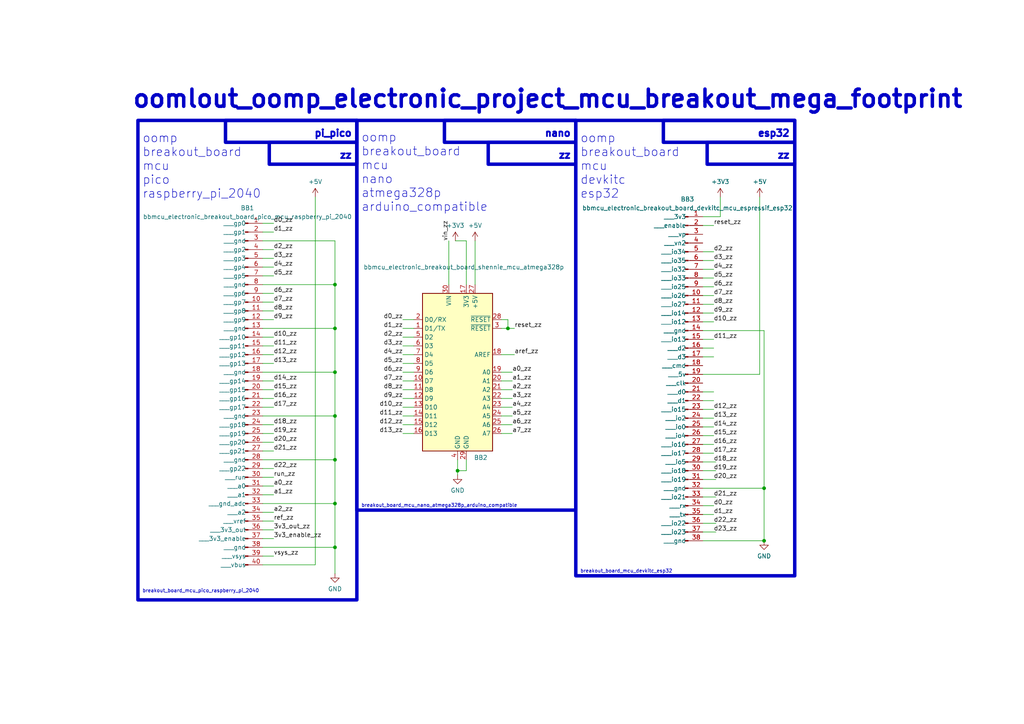
<source format=kicad_sch>
(kicad_sch (version 20230121) (generator eeschema)
  (paper "A4")
  (lib_symbols
    (symbol "oomlout_oomp_part_symbols:bbmcu_electronic_breakout_board_devkitc_mcu_espressif_esp32" (pin_names (offset 1.016))
      (property "Reference" "BB" (at 0 48.26 0))
      (property "Value" "bbmcu_electronic_breakout_board_devkitc_mcu_espressif_esp32" (at 0 -50.8 0))
      (symbol "bbmcu_electronic_breakout_board_devkitc_mcu_espressif_esp32_1_1"
        (polyline (pts (xy 1.27 -48.26) (xy 0.8636 -48.26)) (stroke (width 0.1524)))
        (polyline (pts (xy 1.27 -45.72) (xy 0.8636 -45.72)) (stroke (width 0.1524)))
        (polyline (pts (xy 1.27 -43.18) (xy 0.8636 -43.18)) (stroke (width 0.1524)))
        (polyline (pts (xy 1.27 -40.64) (xy 0.8636 -40.64)) (stroke (width 0.1524)))
        (polyline (pts (xy 1.27 -38.1) (xy 0.8636 -38.1)) (stroke (width 0.1524)))
        (polyline (pts (xy 1.27 -35.56) (xy 0.8636 -35.56)) (stroke (width 0.1524)))
        (polyline (pts (xy 1.27 -33.02) (xy 0.8636 -33.02)) (stroke (width 0.1524)))
        (polyline (pts (xy 1.27 -30.48) (xy 0.8636 -30.48)) (stroke (width 0.1524)))
        (polyline (pts (xy 1.27 -27.94) (xy 0.8636 -27.94)) (stroke (width 0.1524)))
        (polyline (pts (xy 1.27 -25.4) (xy 0.8636 -25.4)) (stroke (width 0.1524)))
        (polyline (pts (xy 1.27 -22.86) (xy 0.8636 -22.86)) (stroke (width 0.1524)))
        (polyline (pts (xy 1.27 -20.32) (xy 0.8636 -20.32)) (stroke (width 0.1524)))
        (polyline (pts (xy 1.27 -17.78) (xy 0.8636 -17.78)) (stroke (width 0.1524)))
        (polyline (pts (xy 1.27 -15.24) (xy 0.8636 -15.24)) (stroke (width 0.1524)))
        (polyline (pts (xy 1.27 -12.7) (xy 0.8636 -12.7)) (stroke (width 0.1524)))
        (polyline (pts (xy 1.27 -10.16) (xy 0.8636 -10.16)) (stroke (width 0.1524)))
        (polyline (pts (xy 1.27 -7.62) (xy 0.8636 -7.62)) (stroke (width 0.1524)))
        (polyline (pts (xy 1.27 -5.08) (xy 0.8636 -5.08)) (stroke (width 0.1524)))
        (polyline (pts (xy 1.27 -2.54) (xy 0.8636 -2.54)) (stroke (width 0.1524)))
        (polyline (pts (xy 1.27 0) (xy 0.8636 0)) (stroke (width 0.1524)))
        (polyline (pts (xy 1.27 2.54) (xy 0.8636 2.54)) (stroke (width 0.1524)))
        (polyline (pts (xy 1.27 5.08) (xy 0.8636 5.08)) (stroke (width 0.1524)))
        (polyline (pts (xy 1.27 7.62) (xy 0.8636 7.62)) (stroke (width 0.1524)))
        (polyline (pts (xy 1.27 10.16) (xy 0.8636 10.16)) (stroke (width 0.1524)))
        (polyline (pts (xy 1.27 12.7) (xy 0.8636 12.7)) (stroke (width 0.1524)))
        (polyline (pts (xy 1.27 15.24) (xy 0.8636 15.24)) (stroke (width 0.1524)))
        (polyline (pts (xy 1.27 17.78) (xy 0.8636 17.78)) (stroke (width 0.1524)))
        (polyline (pts (xy 1.27 20.32) (xy 0.8636 20.32)) (stroke (width 0.1524)))
        (polyline (pts (xy 1.27 22.86) (xy 0.8636 22.86)) (stroke (width 0.1524)))
        (polyline (pts (xy 1.27 25.4) (xy 0.8636 25.4)) (stroke (width 0.1524)))
        (polyline (pts (xy 1.27 27.94) (xy 0.8636 27.94)) (stroke (width 0.1524)))
        (polyline (pts (xy 1.27 30.48) (xy 0.8636 30.48)) (stroke (width 0.1524)))
        (polyline (pts (xy 1.27 33.02) (xy 0.8636 33.02)) (stroke (width 0.1524)))
        (polyline (pts (xy 1.27 35.56) (xy 0.8636 35.56)) (stroke (width 0.1524)))
        (polyline (pts (xy 1.27 38.1) (xy 0.8636 38.1)) (stroke (width 0.1524)))
        (polyline (pts (xy 1.27 40.64) (xy 0.8636 40.64)) (stroke (width 0.1524)))
        (polyline (pts (xy 1.27 43.18) (xy 0.8636 43.18)) (stroke (width 0.1524)))
        (polyline (pts (xy 1.27 45.72) (xy 0.8636 45.72)) (stroke (width 0.1524)))
        (rectangle (start 0.8636 -48.133) (end 0 -48.387) (stroke (width 0.1524)) (fill (type outline)))
        (rectangle (start 0.8636 -45.593) (end 0 -45.847) (stroke (width 0.1524)) (fill (type outline)))
        (rectangle (start 0.8636 -43.053) (end 0 -43.307) (stroke (width 0.1524)) (fill (type outline)))
        (rectangle (start 0.8636 -40.513) (end 0 -40.767) (stroke (width 0.1524)) (fill (type outline)))
        (rectangle (start 0.8636 -37.973) (end 0 -38.227) (stroke (width 0.1524)) (fill (type outline)))
        (rectangle (start 0.8636 -35.433) (end 0 -35.687) (stroke (width 0.1524)) (fill (type outline)))
        (rectangle (start 0.8636 -32.893) (end 0 -33.147) (stroke (width 0.1524)) (fill (type outline)))
        (rectangle (start 0.8636 -30.353) (end 0 -30.607) (stroke (width 0.1524)) (fill (type outline)))
        (rectangle (start 0.8636 -27.813) (end 0 -28.067) (stroke (width 0.1524)) (fill (type outline)))
        (rectangle (start 0.8636 -25.273) (end 0 -25.527) (stroke (width 0.1524)) (fill (type outline)))
        (rectangle (start 0.8636 -22.733) (end 0 -22.987) (stroke (width 0.1524)) (fill (type outline)))
        (rectangle (start 0.8636 -20.193) (end 0 -20.447) (stroke (width 0.1524)) (fill (type outline)))
        (rectangle (start 0.8636 -17.653) (end 0 -17.907) (stroke (width 0.1524)) (fill (type outline)))
        (rectangle (start 0.8636 -15.113) (end 0 -15.367) (stroke (width 0.1524)) (fill (type outline)))
        (rectangle (start 0.8636 -12.573) (end 0 -12.827) (stroke (width 0.1524)) (fill (type outline)))
        (rectangle (start 0.8636 -10.033) (end 0 -10.287) (stroke (width 0.1524)) (fill (type outline)))
        (rectangle (start 0.8636 -7.493) (end 0 -7.747) (stroke (width 0.1524)) (fill (type outline)))
        (rectangle (start 0.8636 -4.953) (end 0 -5.207) (stroke (width 0.1524)) (fill (type outline)))
        (rectangle (start 0.8636 -2.413) (end 0 -2.667) (stroke (width 0.1524)) (fill (type outline)))
        (rectangle (start 0.8636 0.127) (end 0 -0.127) (stroke (width 0.1524)) (fill (type outline)))
        (rectangle (start 0.8636 2.667) (end 0 2.413) (stroke (width 0.1524)) (fill (type outline)))
        (rectangle (start 0.8636 5.207) (end 0 4.953) (stroke (width 0.1524)) (fill (type outline)))
        (rectangle (start 0.8636 7.747) (end 0 7.493) (stroke (width 0.1524)) (fill (type outline)))
        (rectangle (start 0.8636 10.287) (end 0 10.033) (stroke (width 0.1524)) (fill (type outline)))
        (rectangle (start 0.8636 12.827) (end 0 12.573) (stroke (width 0.1524)) (fill (type outline)))
        (rectangle (start 0.8636 15.367) (end 0 15.113) (stroke (width 0.1524)) (fill (type outline)))
        (rectangle (start 0.8636 17.907) (end 0 17.653) (stroke (width 0.1524)) (fill (type outline)))
        (rectangle (start 0.8636 20.447) (end 0 20.193) (stroke (width 0.1524)) (fill (type outline)))
        (rectangle (start 0.8636 22.987) (end 0 22.733) (stroke (width 0.1524)) (fill (type outline)))
        (rectangle (start 0.8636 25.527) (end 0 25.273) (stroke (width 0.1524)) (fill (type outline)))
        (rectangle (start 0.8636 28.067) (end 0 27.813) (stroke (width 0.1524)) (fill (type outline)))
        (rectangle (start 0.8636 30.607) (end 0 30.353) (stroke (width 0.1524)) (fill (type outline)))
        (rectangle (start 0.8636 33.147) (end 0 32.893) (stroke (width 0.1524)) (fill (type outline)))
        (rectangle (start 0.8636 35.687) (end 0 35.433) (stroke (width 0.1524)) (fill (type outline)))
        (rectangle (start 0.8636 38.227) (end 0 37.973) (stroke (width 0.1524)) (fill (type outline)))
        (rectangle (start 0.8636 40.767) (end 0 40.513) (stroke (width 0.1524)) (fill (type outline)))
        (rectangle (start 0.8636 43.307) (end 0 43.053) (stroke (width 0.1524)) (fill (type outline)))
        (rectangle (start 0.8636 45.847) (end 0 45.593) (stroke (width 0.1524)) (fill (type outline)))
        (pin passive line (at 5.08 45.72 180) (length 3.81) (name "___3v3") (number "1"))
        (pin passive line (at 5.08 22.86 180) (length 3.81) (name "___io26") (number "10"))
        (pin passive line (at 5.08 20.32 180) (length 3.81) (name "___io27") (number "11"))
        (pin passive line (at 5.08 17.78 180) (length 3.81) (name "___io14") (number "12"))
        (pin passive line (at 5.08 15.24 180) (length 3.81) (name "___io12") (number "13"))
        (pin passive line (at 5.08 12.7 180) (length 3.81) (name "___gnd") (number "14"))
        (pin passive line (at 5.08 10.16 180) (length 3.81) (name "___io13") (number "15"))
        (pin passive line (at 5.08 7.62 180) (length 3.81) (name "___d2") (number "16"))
        (pin passive line (at 5.08 5.08 180) (length 3.81) (name "___d3") (number "17"))
        (pin passive line (at 5.08 2.54 180) (length 3.81) (name "___cmd") (number "18"))
        (pin passive line (at 5.08 0 180) (length 3.81) (name "___5v") (number "19"))
        (pin passive line (at 5.08 43.18 180) (length 3.81) (name "___enable") (number "2"))
        (pin passive line (at 5.08 -2.54 180) (length 3.81) (name "___clk") (number "20"))
        (pin passive line (at 5.08 -5.08 180) (length 3.81) (name "___d0") (number "21"))
        (pin passive line (at 5.08 -7.62 180) (length 3.81) (name "___d1") (number "22"))
        (pin passive line (at 5.08 -10.16 180) (length 3.81) (name "___io15") (number "23"))
        (pin passive line (at 5.08 -12.7 180) (length 3.81) (name "___io2") (number "24"))
        (pin passive line (at 5.08 -15.24 180) (length 3.81) (name "___io0") (number "25"))
        (pin passive line (at 5.08 -17.78 180) (length 3.81) (name "___io4") (number "26"))
        (pin passive line (at 5.08 -20.32 180) (length 3.81) (name "___io16") (number "27"))
        (pin passive line (at 5.08 -22.86 180) (length 3.81) (name "___io17") (number "28"))
        (pin passive line (at 5.08 -25.4 180) (length 3.81) (name "___io5") (number "29"))
        (pin passive line (at 5.08 40.64 180) (length 3.81) (name "___vp") (number "3"))
        (pin passive line (at 5.08 -27.94 180) (length 3.81) (name "___io18") (number "30"))
        (pin passive line (at 5.08 -30.48 180) (length 3.81) (name "___io19") (number "31"))
        (pin passive line (at 5.08 -33.02 180) (length 3.81) (name "___gnd") (number "32"))
        (pin passive line (at 5.08 -35.56 180) (length 3.81) (name "___io21") (number "33"))
        (pin passive line (at 5.08 -38.1 180) (length 3.81) (name "___rx") (number "34"))
        (pin passive line (at 5.08 -40.64 180) (length 3.81) (name "___tx") (number "35"))
        (pin passive line (at 5.08 -43.18 180) (length 3.81) (name "___io22") (number "36"))
        (pin passive line (at 5.08 -45.72 180) (length 3.81) (name "___io23") (number "37"))
        (pin passive line (at 5.08 -48.26 180) (length 3.81) (name "___gnd") (number "38"))
        (pin passive line (at 5.08 38.1 180) (length 3.81) (name "___vn2") (number "4"))
        (pin passive line (at 5.08 35.56 180) (length 3.81) (name "___io34") (number "5"))
        (pin passive line (at 5.08 33.02 180) (length 3.81) (name "___io35") (number "6"))
        (pin passive line (at 5.08 30.48 180) (length 3.81) (name "___io32") (number "7"))
        (pin passive line (at 5.08 27.94 180) (length 3.81) (name "___io33") (number "8"))
        (pin passive line (at 5.08 25.4 180) (length 3.81) (name "___io25") (number "9"))
      )
    )
    (symbol "oomlout_oomp_part_symbols:bbmcu_electronic_breakout_board_pico_mcu_raspberry_pi_2040" (pin_names (offset 1.016))
      (property "Reference" "BB" (at 0 50.8 0))
      (property "Value" "bbmcu_electronic_breakout_board_pico_mcu_raspberry_pi_2040" (at 0 -53.34 0))
      (symbol "bbmcu_electronic_breakout_board_pico_mcu_raspberry_pi_2040_1_1"
        (polyline (pts (xy 1.27 -50.8) (xy 0.8636 -50.8)) (stroke (width 0.1524)))
        (polyline (pts (xy 1.27 -48.26) (xy 0.8636 -48.26)) (stroke (width 0.1524)))
        (polyline (pts (xy 1.27 -45.72) (xy 0.8636 -45.72)) (stroke (width 0.1524)))
        (polyline (pts (xy 1.27 -43.18) (xy 0.8636 -43.18)) (stroke (width 0.1524)))
        (polyline (pts (xy 1.27 -40.64) (xy 0.8636 -40.64)) (stroke (width 0.1524)))
        (polyline (pts (xy 1.27 -38.1) (xy 0.8636 -38.1)) (stroke (width 0.1524)))
        (polyline (pts (xy 1.27 -35.56) (xy 0.8636 -35.56)) (stroke (width 0.1524)))
        (polyline (pts (xy 1.27 -33.02) (xy 0.8636 -33.02)) (stroke (width 0.1524)))
        (polyline (pts (xy 1.27 -30.48) (xy 0.8636 -30.48)) (stroke (width 0.1524)))
        (polyline (pts (xy 1.27 -27.94) (xy 0.8636 -27.94)) (stroke (width 0.1524)))
        (polyline (pts (xy 1.27 -25.4) (xy 0.8636 -25.4)) (stroke (width 0.1524)))
        (polyline (pts (xy 1.27 -22.86) (xy 0.8636 -22.86)) (stroke (width 0.1524)))
        (polyline (pts (xy 1.27 -20.32) (xy 0.8636 -20.32)) (stroke (width 0.1524)))
        (polyline (pts (xy 1.27 -17.78) (xy 0.8636 -17.78)) (stroke (width 0.1524)))
        (polyline (pts (xy 1.27 -15.24) (xy 0.8636 -15.24)) (stroke (width 0.1524)))
        (polyline (pts (xy 1.27 -12.7) (xy 0.8636 -12.7)) (stroke (width 0.1524)))
        (polyline (pts (xy 1.27 -10.16) (xy 0.8636 -10.16)) (stroke (width 0.1524)))
        (polyline (pts (xy 1.27 -7.62) (xy 0.8636 -7.62)) (stroke (width 0.1524)))
        (polyline (pts (xy 1.27 -5.08) (xy 0.8636 -5.08)) (stroke (width 0.1524)))
        (polyline (pts (xy 1.27 -2.54) (xy 0.8636 -2.54)) (stroke (width 0.1524)))
        (polyline (pts (xy 1.27 0) (xy 0.8636 0)) (stroke (width 0.1524)))
        (polyline (pts (xy 1.27 2.54) (xy 0.8636 2.54)) (stroke (width 0.1524)))
        (polyline (pts (xy 1.27 5.08) (xy 0.8636 5.08)) (stroke (width 0.1524)))
        (polyline (pts (xy 1.27 7.62) (xy 0.8636 7.62)) (stroke (width 0.1524)))
        (polyline (pts (xy 1.27 10.16) (xy 0.8636 10.16)) (stroke (width 0.1524)))
        (polyline (pts (xy 1.27 12.7) (xy 0.8636 12.7)) (stroke (width 0.1524)))
        (polyline (pts (xy 1.27 15.24) (xy 0.8636 15.24)) (stroke (width 0.1524)))
        (polyline (pts (xy 1.27 17.78) (xy 0.8636 17.78)) (stroke (width 0.1524)))
        (polyline (pts (xy 1.27 20.32) (xy 0.8636 20.32)) (stroke (width 0.1524)))
        (polyline (pts (xy 1.27 22.86) (xy 0.8636 22.86)) (stroke (width 0.1524)))
        (polyline (pts (xy 1.27 25.4) (xy 0.8636 25.4)) (stroke (width 0.1524)))
        (polyline (pts (xy 1.27 27.94) (xy 0.8636 27.94)) (stroke (width 0.1524)))
        (polyline (pts (xy 1.27 30.48) (xy 0.8636 30.48)) (stroke (width 0.1524)))
        (polyline (pts (xy 1.27 33.02) (xy 0.8636 33.02)) (stroke (width 0.1524)))
        (polyline (pts (xy 1.27 35.56) (xy 0.8636 35.56)) (stroke (width 0.1524)))
        (polyline (pts (xy 1.27 38.1) (xy 0.8636 38.1)) (stroke (width 0.1524)))
        (polyline (pts (xy 1.27 40.64) (xy 0.8636 40.64)) (stroke (width 0.1524)))
        (polyline (pts (xy 1.27 43.18) (xy 0.8636 43.18)) (stroke (width 0.1524)))
        (polyline (pts (xy 1.27 45.72) (xy 0.8636 45.72)) (stroke (width 0.1524)))
        (polyline (pts (xy 1.27 48.26) (xy 0.8636 48.26)) (stroke (width 0.1524)))
        (rectangle (start 0.8636 -50.673) (end 0 -50.927) (stroke (width 0.1524)) (fill (type outline)))
        (rectangle (start 0.8636 -48.133) (end 0 -48.387) (stroke (width 0.1524)) (fill (type outline)))
        (rectangle (start 0.8636 -45.593) (end 0 -45.847) (stroke (width 0.1524)) (fill (type outline)))
        (rectangle (start 0.8636 -43.053) (end 0 -43.307) (stroke (width 0.1524)) (fill (type outline)))
        (rectangle (start 0.8636 -40.513) (end 0 -40.767) (stroke (width 0.1524)) (fill (type outline)))
        (rectangle (start 0.8636 -37.973) (end 0 -38.227) (stroke (width 0.1524)) (fill (type outline)))
        (rectangle (start 0.8636 -35.433) (end 0 -35.687) (stroke (width 0.1524)) (fill (type outline)))
        (rectangle (start 0.8636 -32.893) (end 0 -33.147) (stroke (width 0.1524)) (fill (type outline)))
        (rectangle (start 0.8636 -30.353) (end 0 -30.607) (stroke (width 0.1524)) (fill (type outline)))
        (rectangle (start 0.8636 -27.813) (end 0 -28.067) (stroke (width 0.1524)) (fill (type outline)))
        (rectangle (start 0.8636 -25.273) (end 0 -25.527) (stroke (width 0.1524)) (fill (type outline)))
        (rectangle (start 0.8636 -22.733) (end 0 -22.987) (stroke (width 0.1524)) (fill (type outline)))
        (rectangle (start 0.8636 -20.193) (end 0 -20.447) (stroke (width 0.1524)) (fill (type outline)))
        (rectangle (start 0.8636 -17.653) (end 0 -17.907) (stroke (width 0.1524)) (fill (type outline)))
        (rectangle (start 0.8636 -15.113) (end 0 -15.367) (stroke (width 0.1524)) (fill (type outline)))
        (rectangle (start 0.8636 -12.573) (end 0 -12.827) (stroke (width 0.1524)) (fill (type outline)))
        (rectangle (start 0.8636 -10.033) (end 0 -10.287) (stroke (width 0.1524)) (fill (type outline)))
        (rectangle (start 0.8636 -7.493) (end 0 -7.747) (stroke (width 0.1524)) (fill (type outline)))
        (rectangle (start 0.8636 -4.953) (end 0 -5.207) (stroke (width 0.1524)) (fill (type outline)))
        (rectangle (start 0.8636 -2.413) (end 0 -2.667) (stroke (width 0.1524)) (fill (type outline)))
        (rectangle (start 0.8636 0.127) (end 0 -0.127) (stroke (width 0.1524)) (fill (type outline)))
        (rectangle (start 0.8636 2.667) (end 0 2.413) (stroke (width 0.1524)) (fill (type outline)))
        (rectangle (start 0.8636 5.207) (end 0 4.953) (stroke (width 0.1524)) (fill (type outline)))
        (rectangle (start 0.8636 7.747) (end 0 7.493) (stroke (width 0.1524)) (fill (type outline)))
        (rectangle (start 0.8636 10.287) (end 0 10.033) (stroke (width 0.1524)) (fill (type outline)))
        (rectangle (start 0.8636 12.827) (end 0 12.573) (stroke (width 0.1524)) (fill (type outline)))
        (rectangle (start 0.8636 15.367) (end 0 15.113) (stroke (width 0.1524)) (fill (type outline)))
        (rectangle (start 0.8636 17.907) (end 0 17.653) (stroke (width 0.1524)) (fill (type outline)))
        (rectangle (start 0.8636 20.447) (end 0 20.193) (stroke (width 0.1524)) (fill (type outline)))
        (rectangle (start 0.8636 22.987) (end 0 22.733) (stroke (width 0.1524)) (fill (type outline)))
        (rectangle (start 0.8636 25.527) (end 0 25.273) (stroke (width 0.1524)) (fill (type outline)))
        (rectangle (start 0.8636 28.067) (end 0 27.813) (stroke (width 0.1524)) (fill (type outline)))
        (rectangle (start 0.8636 30.607) (end 0 30.353) (stroke (width 0.1524)) (fill (type outline)))
        (rectangle (start 0.8636 33.147) (end 0 32.893) (stroke (width 0.1524)) (fill (type outline)))
        (rectangle (start 0.8636 35.687) (end 0 35.433) (stroke (width 0.1524)) (fill (type outline)))
        (rectangle (start 0.8636 38.227) (end 0 37.973) (stroke (width 0.1524)) (fill (type outline)))
        (rectangle (start 0.8636 40.767) (end 0 40.513) (stroke (width 0.1524)) (fill (type outline)))
        (rectangle (start 0.8636 43.307) (end 0 43.053) (stroke (width 0.1524)) (fill (type outline)))
        (rectangle (start 0.8636 45.847) (end 0 45.593) (stroke (width 0.1524)) (fill (type outline)))
        (rectangle (start 0.8636 48.387) (end 0 48.133) (stroke (width 0.1524)) (fill (type outline)))
        (pin passive line (at 5.08 48.26 180) (length 3.81) (name "___gp0") (number "1"))
        (pin passive line (at 5.08 25.4 180) (length 3.81) (name "___gp7") (number "10"))
        (pin passive line (at 5.08 22.86 180) (length 3.81) (name "___gp8") (number "11"))
        (pin passive line (at 5.08 20.32 180) (length 3.81) (name "___gp9") (number "12"))
        (pin passive line (at 5.08 17.78 180) (length 3.81) (name "___gnd") (number "13"))
        (pin passive line (at 5.08 15.24 180) (length 3.81) (name "___gp10") (number "14"))
        (pin passive line (at 5.08 12.7 180) (length 3.81) (name "___gp11") (number "15"))
        (pin passive line (at 5.08 10.16 180) (length 3.81) (name "___gp12") (number "16"))
        (pin passive line (at 5.08 7.62 180) (length 3.81) (name "___gp13") (number "17"))
        (pin passive line (at 5.08 5.08 180) (length 3.81) (name "___gnd") (number "18"))
        (pin passive line (at 5.08 2.54 180) (length 3.81) (name "___gp14") (number "19"))
        (pin passive line (at 5.08 45.72 180) (length 3.81) (name "___gp1") (number "2"))
        (pin passive line (at 5.08 0 180) (length 3.81) (name "___gp15") (number "20"))
        (pin passive line (at 5.08 -2.54 180) (length 3.81) (name "___gp16") (number "21"))
        (pin passive line (at 5.08 -5.08 180) (length 3.81) (name "___gp17") (number "22"))
        (pin passive line (at 5.08 -7.62 180) (length 3.81) (name "___gnd") (number "23"))
        (pin passive line (at 5.08 -10.16 180) (length 3.81) (name "___gp18") (number "24"))
        (pin passive line (at 5.08 -12.7 180) (length 3.81) (name "___gp19") (number "25"))
        (pin passive line (at 5.08 -15.24 180) (length 3.81) (name "___gp20") (number "26"))
        (pin passive line (at 5.08 -17.78 180) (length 3.81) (name "___gp21") (number "27"))
        (pin passive line (at 5.08 -20.32 180) (length 3.81) (name "___gnd") (number "28"))
        (pin passive line (at 5.08 -22.86 180) (length 3.81) (name "___gp22") (number "29"))
        (pin passive line (at 5.08 43.18 180) (length 3.81) (name "___gnd") (number "3"))
        (pin passive line (at 5.08 -25.4 180) (length 3.81) (name "___run") (number "30"))
        (pin passive line (at 5.08 -27.94 180) (length 3.81) (name "___a0") (number "31"))
        (pin passive line (at 5.08 -30.48 180) (length 3.81) (name "___a1") (number "32"))
        (pin passive line (at 5.08 -33.02 180) (length 3.81) (name "___gnd_adc") (number "33"))
        (pin passive line (at 5.08 -35.56 180) (length 3.81) (name "___a2") (number "34"))
        (pin passive line (at 5.08 -38.1 180) (length 3.81) (name "___vref") (number "35"))
        (pin passive line (at 5.08 -40.64 180) (length 3.81) (name "___3v3_out") (number "36"))
        (pin passive line (at 5.08 -43.18 180) (length 3.81) (name "___3v3_enable") (number "37"))
        (pin passive line (at 5.08 -45.72 180) (length 3.81) (name "___gnd") (number "38"))
        (pin passive line (at 5.08 -48.26 180) (length 3.81) (name "___vsys") (number "39"))
        (pin passive line (at 5.08 40.64 180) (length 3.81) (name "___gp2") (number "4"))
        (pin passive line (at 5.08 -50.8 180) (length 3.81) (name "___vbus") (number "40"))
        (pin passive line (at 5.08 38.1 180) (length 3.81) (name "___gp3") (number "5"))
        (pin passive line (at 5.08 35.56 180) (length 3.81) (name "___gp4") (number "6"))
        (pin passive line (at 5.08 33.02 180) (length 3.81) (name "___gp5") (number "7"))
        (pin passive line (at 5.08 30.48 180) (length 3.81) (name "___gnd") (number "8"))
        (pin passive line (at 5.08 27.94 180) (length 3.81) (name "___gp6") (number "9"))
      )
    )
    (symbol "oomlout_oomp_part_symbols:bbmcu_electronic_breakout_board_shennie_mcu_atmega328p_arduino_compatible"
      (property "Reference" "BB" (at -10.16 23.495 0))
      (property "Value" "bbmcu_electronic_breakout_board_shennie_mcu_atmega328p_arduino_compatible" (at 5.08 -24.13 0))
      (symbol "bbmcu_electronic_breakout_board_shennie_mcu_atmega328p_arduino_compatible_0_1"
        (rectangle (start -10.16 22.86) (end 10.16 -22.86) (stroke (width 0.254)) (fill (type background)))
      )
      (symbol "bbmcu_electronic_breakout_board_shennie_mcu_atmega328p_arduino_compatible_1_1"
        (pin bidirectional line (at -12.7 12.7 0) (length 2.54) (name "D1/TX") (number "1"))
        (pin bidirectional line (at -12.7 -2.54 0) (length 2.54) (name "D7") (number "10"))
        (pin bidirectional line (at -12.7 -5.08 0) (length 2.54) (name "D8") (number "11"))
        (pin bidirectional line (at -12.7 -7.62 0) (length 2.54) (name "D9") (number "12"))
        (pin bidirectional line (at -12.7 -10.16 0) (length 2.54) (name "D10") (number "13"))
        (pin bidirectional line (at -12.7 -12.7 0) (length 2.54) (name "D11") (number "14"))
        (pin bidirectional line (at -12.7 -15.24 0) (length 2.54) (name "D12") (number "15"))
        (pin bidirectional line (at -12.7 -17.78 0) (length 2.54) (name "D13") (number "16"))
        (pin power_out line (at 2.54 25.4 270) (length 2.54) (name "3V3") (number "17"))
        (pin input line (at 12.7 5.08 180) (length 2.54) (name "AREF") (number "18"))
        (pin bidirectional line (at 12.7 0 180) (length 2.54) (name "A0") (number "19"))
        (pin bidirectional line (at -12.7 15.24 0) (length 2.54) (name "D0/RX") (number "2"))
        (pin bidirectional line (at 12.7 -2.54 180) (length 2.54) (name "A1") (number "20"))
        (pin bidirectional line (at 12.7 -5.08 180) (length 2.54) (name "A2") (number "21"))
        (pin bidirectional line (at 12.7 -7.62 180) (length 2.54) (name "A3") (number "22"))
        (pin bidirectional line (at 12.7 -10.16 180) (length 2.54) (name "A4") (number "23"))
        (pin bidirectional line (at 12.7 -12.7 180) (length 2.54) (name "A5") (number "24"))
        (pin bidirectional line (at 12.7 -15.24 180) (length 2.54) (name "A6") (number "25"))
        (pin bidirectional line (at 12.7 -17.78 180) (length 2.54) (name "A7") (number "26"))
        (pin power_out line (at 5.08 25.4 270) (length 2.54) (name "+5V") (number "27"))
        (pin input line (at 12.7 15.24 180) (length 2.54) (name "~{RESET}") (number "28"))
        (pin power_in line (at 2.54 -25.4 90) (length 2.54) (name "GND") (number "29"))
        (pin input line (at 12.7 12.7 180) (length 2.54) (name "~{RESET}") (number "3"))
        (pin power_in line (at -2.54 25.4 270) (length 2.54) (name "VIN") (number "30"))
        (pin power_in line (at 0 -25.4 90) (length 2.54) (name "GND") (number "4"))
        (pin bidirectional line (at -12.7 10.16 0) (length 2.54) (name "D2") (number "5"))
        (pin bidirectional line (at -12.7 7.62 0) (length 2.54) (name "D3") (number "6"))
        (pin bidirectional line (at -12.7 5.08 0) (length 2.54) (name "D4") (number "7"))
        (pin bidirectional line (at -12.7 2.54 0) (length 2.54) (name "D5") (number "8"))
        (pin bidirectional line (at -12.7 0 0) (length 2.54) (name "D6") (number "9"))
      )
    )
    (symbol "power:+3V3" (power) (pin_names (offset 0))
      (property "Value" "+3V3" (at 0 3.556 0))
      (symbol "+3V3_0_1"
        (polyline (pts (xy -0.762 1.27) (xy 0 2.54)))
        (polyline (pts (xy 0 0) (xy 0 2.54)))
        (polyline (pts (xy 0 2.54) (xy 0.762 1.27)))
      )
      (symbol "+3V3_1_1"
        (pin power_in line (at 0 0 90) (length 0) hide (name "+3V3") (number "1"))
      )
    )
    (symbol "power:+5V" (power) (pin_names (offset 0))
      (property "Value" "+5V" (at 0 3.556 0))
      (symbol "+5V_0_1"
        (polyline (pts (xy -0.762 1.27) (xy 0 2.54)))
        (polyline (pts (xy 0 0) (xy 0 2.54)))
        (polyline (pts (xy 0 2.54) (xy 0.762 1.27)))
      )
      (symbol "+5V_1_1"
        (pin power_in line (at 0 0 90) (length 0) hide (name "+5V") (number "1"))
      )
    )
    (symbol "power:GND" (power) (pin_names (offset 0))
      (property "Value" "GND" (at 0 -3.81 0))
      (symbol "GND_0_1"
        (polyline (pts (xy 0 0) (xy 0 -1.27) (xy 1.27 -1.27) (xy 0 -2.54) (xy -1.27 -1.27) (xy 0 -1.27)))
      )
      (symbol "GND_1_1"
        (pin power_in line (at 0 0 270) (length 0) hide (name "GND") (number "1"))
      )
    )
  )
  (junction (at 132.715 136.525))
  (junction (at 221.615 156.845))
  (junction (at 221.615 141.605))
  (junction (at 97.155 120.65))
  (junction (at 97.155 133.35))
  (junction (at 97.155 158.75))
  (junction (at 97.155 95.25))
  (junction (at 97.155 146.05))
  (junction (at 147.32 95.25))
  (junction (at 97.155 82.55))
  (junction (at 97.155 107.95))
  (wire (pts (xy 97.155 158.75) (xy 76.2 158.75)))
  (wire (pts (xy 145.415 120.65) (xy 148.59 120.65)))
  (wire (pts (xy 116.84 102.87) (xy 120.015 102.87)))
  (wire (pts (xy 76.2 107.95) (xy 97.155 107.95)))
  (wire (pts (xy 76.2 74.93) (xy 79.375 74.93)))
  (wire (pts (xy 203.835 144.145) (xy 207.645 144.145)))
  (wire (pts (xy 76.2 95.25) (xy 97.155 95.25)))
  (wire (pts (xy 76.2 105.41) (xy 79.375 105.41)))
  (wire (pts (xy 145.415 123.19) (xy 148.59 123.19)))
  (wire (pts (xy 76.2 72.39) (xy 79.375 72.39)))
  (wire (pts (xy 116.84 107.95) (xy 120.015 107.95)))
  (wire (pts (xy 221.615 141.605) (xy 221.615 156.845)))
  (wire (pts (xy 203.835 123.825) (xy 207.01 123.825)))
  (wire (pts (xy 76.2 120.65) (xy 97.155 120.65)))
  (wire (pts (xy 76.2 123.19) (xy 79.375 123.19)))
  (wire (pts (xy 76.2 151.13) (xy 79.375 151.13)))
  (wire (pts (xy 116.84 120.65) (xy 120.015 120.65)))
  (wire (pts (xy 116.84 123.19) (xy 120.015 123.19)))
  (wire (pts (xy 76.2 92.71) (xy 79.375 92.71)))
  (wire (pts (xy 116.84 92.71) (xy 120.015 92.71)))
  (wire (pts (xy 116.84 105.41) (xy 120.015 105.41)))
  (wire (pts (xy 76.2 125.73) (xy 79.375 125.73)))
  (wire (pts (xy 137.795 69.85) (xy 137.795 82.55)))
  (wire (pts (xy 203.835 80.645) (xy 207.01 80.645)))
  (wire (pts (xy 203.835 133.985) (xy 207.645 133.985)))
  (wire (pts (xy 76.2 102.87) (xy 79.375 102.87)))
  (wire (pts (xy 147.32 95.25) (xy 149.225 95.25)))
  (wire (pts (xy 76.2 156.21) (xy 79.375 156.21)))
  (wire (pts (xy 76.2 161.29) (xy 79.375 161.29)))
  (wire (pts (xy 76.2 138.43) (xy 79.375 138.43)))
  (wire (pts (xy 76.2 87.63) (xy 79.375 87.63)))
  (wire (pts (xy 208.915 57.15) (xy 208.915 62.865)))
  (wire (pts (xy 76.2 143.51) (xy 79.375 143.51)))
  (wire (pts (xy 203.835 151.765) (xy 207.645 151.765)))
  (wire (pts (xy 203.835 78.105) (xy 207.01 78.105)))
  (wire (pts (xy 132.08 69.85) (xy 135.255 69.85)))
  (wire (pts (xy 145.415 113.03) (xy 148.59 113.03)))
  (wire (pts (xy 203.835 98.425) (xy 207.01 98.425)))
  (wire (pts (xy 135.255 69.85) (xy 135.255 82.55)))
  (wire (pts (xy 76.2 64.77) (xy 79.375 64.77)))
  (wire (pts (xy 97.155 107.95) (xy 97.155 120.65)))
  (wire (pts (xy 203.835 118.745) (xy 207.01 118.745)))
  (wire (pts (xy 145.415 118.11) (xy 148.59 118.11)))
  (wire (pts (xy 76.2 85.09) (xy 79.375 85.09)))
  (wire (pts (xy 132.715 136.525) (xy 132.715 137.795)))
  (wire (pts (xy 76.2 118.11) (xy 79.375 118.11)))
  (wire (pts (xy 203.835 93.345) (xy 207.01 93.345)))
  (wire (pts (xy 76.2 148.59) (xy 79.375 148.59)))
  (wire (pts (xy 116.84 97.79) (xy 120.015 97.79)))
  (wire (pts (xy 208.915 62.865) (xy 203.835 62.865)))
  (wire (pts (xy 97.155 82.55) (xy 97.155 95.25)))
  (wire (pts (xy 203.835 149.225) (xy 207.01 149.225)))
  (wire (pts (xy 203.835 85.725) (xy 207.01 85.725)))
  (wire (pts (xy 76.2 163.83) (xy 91.44 163.83)))
  (wire (pts (xy 203.835 116.205) (xy 207.01 116.205)))
  (wire (pts (xy 76.2 135.89) (xy 79.375 135.89)))
  (wire (pts (xy 76.2 153.67) (xy 79.375 153.67)))
  (wire (pts (xy 203.835 121.285) (xy 207.01 121.285)))
  (wire (pts (xy 135.255 136.525) (xy 132.715 136.525)))
  (wire (pts (xy 97.155 95.25) (xy 97.155 107.95)))
  (wire (pts (xy 147.32 92.71) (xy 147.32 95.25)))
  (wire (pts (xy 203.835 103.505) (xy 207.01 103.505)))
  (wire (pts (xy 203.835 146.685) (xy 207.01 146.685)))
  (wire (pts (xy 76.2 113.03) (xy 79.375 113.03)))
  (wire (pts (xy 203.835 136.525) (xy 207.645 136.525)))
  (wire (pts (xy 203.835 95.885) (xy 221.615 95.885)))
  (wire (pts (xy 203.835 139.065) (xy 207.645 139.065)))
  (wire (pts (xy 76.2 69.85) (xy 97.155 69.85)))
  (wire (pts (xy 132.715 133.35) (xy 132.715 136.525)))
  (wire (pts (xy 145.415 107.95) (xy 148.59 107.95)))
  (wire (pts (xy 116.84 118.11) (xy 120.015 118.11)))
  (wire (pts (xy 130.175 69.85) (xy 130.175 82.55)))
  (wire (pts (xy 145.415 115.57) (xy 148.59 115.57)))
  (wire (pts (xy 145.415 102.87) (xy 149.225 102.87)))
  (wire (pts (xy 76.2 128.27) (xy 79.375 128.27)))
  (wire (pts (xy 203.835 154.305) (xy 207.645 154.305)))
  (wire (pts (xy 97.155 133.35) (xy 97.155 146.05)))
  (wire (pts (xy 203.835 131.445) (xy 207.01 131.445)))
  (wire (pts (xy 97.155 146.05) (xy 97.155 158.75)))
  (wire (pts (xy 76.2 82.55) (xy 97.155 82.55)))
  (wire (pts (xy 76.2 97.79) (xy 79.375 97.79)))
  (wire (pts (xy 116.84 110.49) (xy 120.015 110.49)))
  (wire (pts (xy 203.835 83.185) (xy 207.01 83.185)))
  (wire (pts (xy 97.155 69.85) (xy 97.155 82.55)))
  (wire (pts (xy 76.2 67.31) (xy 79.375 67.31)))
  (wire (pts (xy 203.835 128.905) (xy 207.01 128.905)))
  (wire (pts (xy 203.835 90.805) (xy 207.01 90.805)))
  (wire (pts (xy 76.2 130.81) (xy 79.375 130.81)))
  (wire (pts (xy 116.84 113.03) (xy 120.015 113.03)))
  (wire (pts (xy 145.415 92.71) (xy 147.32 92.71)))
  (wire (pts (xy 147.32 95.25) (xy 145.415 95.25)))
  (wire (pts (xy 76.2 80.01) (xy 79.375 80.01)))
  (wire (pts (xy 97.155 120.65) (xy 97.155 133.35)))
  (wire (pts (xy 203.835 113.665) (xy 207.01 113.665)))
  (wire (pts (xy 116.84 115.57) (xy 120.015 115.57)))
  (wire (pts (xy 116.84 95.25) (xy 120.015 95.25)))
  (wire (pts (xy 221.615 95.885) (xy 221.615 141.605)))
  (wire (pts (xy 116.84 125.73) (xy 120.015 125.73)))
  (wire (pts (xy 76.2 133.35) (xy 97.155 133.35)))
  (wire (pts (xy 116.84 100.33) (xy 120.015 100.33)))
  (wire (pts (xy 203.835 126.365) (xy 207.01 126.365)))
  (wire (pts (xy 76.2 77.47) (xy 79.375 77.47)))
  (wire (pts (xy 76.2 140.97) (xy 79.375 140.97)))
  (wire (pts (xy 203.835 65.405) (xy 207.01 65.405)))
  (wire (pts (xy 76.2 90.17) (xy 79.375 90.17)))
  (wire (pts (xy 135.255 133.35) (xy 135.255 136.525)))
  (wire (pts (xy 91.44 163.83) (xy 91.44 57.15)))
  (wire (pts (xy 145.415 110.49) (xy 148.59 110.49)))
  (wire (pts (xy 220.345 57.15) (xy 220.345 108.585)))
  (wire (pts (xy 220.345 108.585) (xy 203.835 108.585)))
  (wire (pts (xy 76.2 115.57) (xy 79.375 115.57)))
  (wire (pts (xy 76.2 110.49) (xy 79.375 110.49)))
  (wire (pts (xy 203.835 88.265) (xy 207.01 88.265)))
  (wire (pts (xy 203.835 141.605) (xy 221.615 141.605)))
  (wire (pts (xy 203.835 73.025) (xy 207.01 73.025)))
  (wire (pts (xy 76.2 146.05) (xy 97.155 146.05)))
  (wire (pts (xy 203.835 100.965) (xy 207.01 100.965)))
  (wire (pts (xy 76.2 100.33) (xy 79.375 100.33)))
  (wire (pts (xy 97.155 166.37) (xy 97.155 158.75)))
  (wire (pts (xy 145.415 125.73) (xy 148.59 125.73)))
  (wire (pts (xy 203.835 75.565) (xy 207.01 75.565)))
  (wire (pts (xy 221.615 156.845) (xy 203.835 156.845)))
  (rectangle (start 205.105 41.275) (end 230.505 47.625) (stroke (width 1)))
  (rectangle (start 128.905 34.925) (end 167.005 41.275) (stroke (width 1)))
  (rectangle (start 103.505 34.925) (end 167.005 147.955) (stroke (width 1)))
  (rectangle (start 167.005 34.925) (end 230.505 167.005) (stroke (width 1)))
  (rectangle (start 40.005 34.925) (end 103.505 173.99) (stroke (width 1)))
  (rectangle (start 78.105 41.275) (end 103.505 47.625) (stroke (width 1)))
  (rectangle (start 192.405 34.925) (end 230.505 41.275) (stroke (width 1)))
  (rectangle (start 141.605 41.275) (end 167.005 47.625) (stroke (width 1)))
  (rectangle (start 65.405 34.925) (end 103.505 41.275) (stroke (width 1)))
  (text "oomlout_oomp_electronic_project_mcu_breakout_mega_footprint" (at 38.1 31.75 0) (effects (font (size 5 5) (thickness 1) bold) (justify left bottom)))
  (text "zz" (at 229.235 46.355 0) (effects (font (size 2 2) (thickness 0.8) bold) (justify right bottom)))
  (text "oomp\nbreakout_board\nmcu\npico\nraspberry_pi_2040" (at 41.275 57.785 0) (effects (font (size 2.5 2.5)) (justify left bottom)))
  (text "nano\n" (at 165.735 40.005 0) (effects (font (size 2 2) (thickness 0.8) bold) (justify right bottom)))
  (text "breakout_board_mcu_pico_raspberry_pi_2040" (at 41.275 172.085 0) (effects (font (size 1 1)) (justify left bottom)))
  (text "zz" (at 102.235 46.355 0) (effects (font (size 2 2) (thickness 0.8) bold) (justify right bottom)))
  (text "oomp\nbreakout_board\nmcu\nnano\natmega328p\narduino_compatible" (at 104.775 61.595 0) (effects (font (size 2.5 2.5)) (justify left bottom)))
  (text "breakout_board_mcu_nano_atmega328p_arduino_compatible" (at 104.775 147.32 0) (effects (font (size 1 1)) (justify left bottom)))
  (text "pi_pico\n" (at 102.235 40.005 0) (effects (font (size 2 2) (thickness 0.8) bold) (justify right bottom)))
  (text "zz" (at 165.735 46.355 0) (effects (font (size 2 2) (thickness 0.8) bold) (justify right bottom)))
  (text "breakout_board_mcu_devkitc_esp32" (at 168.275 166.37 0) (effects (font (size 1 1)) (justify left bottom)))
  (text "oomp\nbreakout_board\nmcu\ndevkitc\nesp32" (at 168.275 57.785 0) (effects (font (size 2.5 2.5)) (justify left bottom)))
  (text "esp32\n" (at 229.235 40.005 0) (effects (font (size 2 2) (thickness 0.8) bold) (justify right bottom)))
  (label "d12_zz" (at 79.375 102.87 0))
  (label "d10_zz" (at 79.375 97.79 0))
  (label "d1_zz" (at 79.375 67.31 0))
  (label "d20_zz" (at 79.375 128.27 0))
  (label "d8_zz" (at 207.01 88.265 0))
  (label "d18_zz" (at 207.01 133.985 0))
  (label "a1_zz" (at 148.59 110.49 0))
  (label "d2_zz" (at 116.84 97.79 180))
  (label "vin_zz" (at 130.175 69.85 90))
  (label "d4_zz" (at 207.01 78.105 0))
  (label "a2_zz" (at 148.59 113.03 0))
  (label "d0_zz" (at 79.375 64.77 0))
  (label "d3_zz" (at 79.375 74.93 0))
  (label "d7_zz" (at 79.375 87.63 0))
  (label "d19_zz" (at 207.01 136.525 0))
  (label "d17_zz" (at 207.01 131.445 0))
  (label "d23_zz" (at 207.01 154.305 0))
  (label "d4_zz" (at 116.84 102.87 180))
  (label "d14_zz" (at 207.01 123.825 0))
  (label "d16_zz" (at 79.375 115.57 0))
  (label "d6_zz" (at 116.84 107.95 180))
  (label "d20_zz" (at 207.01 139.065 0))
  (label "d17_zz" (at 79.375 118.11 0))
  (label "d1_zz" (at 207.01 149.225 0))
  (label "d21_zz" (at 79.375 130.81 0))
  (label "d16_zz" (at 207.01 128.905 0))
  (label "d2_zz" (at 207.01 73.025 0))
  (label "reset_zz" (at 149.225 95.25 0))
  (label "d3_zz" (at 116.84 100.33 180))
  (label "aref_zz" (at 149.225 102.87 0))
  (label "d15_zz" (at 207.01 126.365 0))
  (label "d9_zz" (at 79.375 92.71 0))
  (label "d19_zz" (at 79.375 125.73 0))
  (label "d3_zz" (at 207.01 75.565 0))
  (label "a0_zz" (at 148.59 107.95 0))
  (label "a0_zz" (at 79.375 140.97 0))
  (label "d8_zz" (at 116.84 113.03 180))
  (label "d0_zz" (at 207.01 146.685 0))
  (label "a5_zz" (at 148.59 120.65 0))
  (label "d5_zz" (at 116.84 105.41 180))
  (label "d6_zz" (at 79.375 85.09 0))
  (label "d7_zz" (at 116.84 110.49 180))
  (label "d11_zz" (at 207.01 98.425 0))
  (label "a7_zz" (at 148.59 125.73 0))
  (label "d1_zz" (at 116.84 95.25 180))
  (label "d13_zz" (at 79.375 105.41 0))
  (label "d13_zz" (at 116.84 125.73 180))
  (label "d9_zz" (at 116.84 115.57 180))
  (label "run_zz" (at 79.375 138.43 0))
  (label "d11_zz" (at 79.375 100.33 0))
  (label "d21_zz" (at 207.01 144.145 0))
  (label "d22_zz" (at 79.375 135.89 0))
  (label "reset_zz" (at 207.01 65.405 0))
  (label "d0_zz" (at 116.84 92.71 180))
  (label "d18_zz" (at 79.375 123.19 0))
  (label "d10_zz" (at 116.84 118.11 180))
  (label "d14_zz" (at 79.375 110.49 0))
  (label "d12_zz" (at 116.84 123.19 180))
  (label "3v3_enable_zz" (at 79.375 156.21 0))
  (label "3v3_out_zz" (at 79.375 153.67 0))
  (label "d5_zz" (at 79.375 80.01 0))
  (label "d13_zz" (at 207.01 121.285 0))
  (label "vsys_zz" (at 79.375 161.29 0))
  (label "d10_zz" (at 207.01 93.345 0))
  (label "d6_zz" (at 207.01 83.185 0))
  (label "a1_zz" (at 79.375 143.51 0))
  (label "ref_zz" (at 79.375 151.13 0))
  (label "d15_zz" (at 79.375 113.03 0))
  (label "d2_zz" (at 79.375 72.39 0))
  (label "a3_zz" (at 148.59 115.57 0))
  (label "a2_zz" (at 79.375 148.59 0))
  (label "a6_zz" (at 148.59 123.19 0))
  (label "d7_zz" (at 207.01 85.725 0))
  (label "d12_zz" (at 207.01 118.745 0))
  (label "d9_zz" (at 207.01 90.805 0))
  (label "a4_zz" (at 148.59 118.11 0))
  (label "d5_zz" (at 207.01 80.645 0))
  (label "d22_zz" (at 207.01 151.765 0))
  (label "d8_zz" (at 79.375 90.17 0))
  (label "d4_zz" (at 79.375 77.47 0))
  (label "d11_zz" (at 116.84 120.65 180))
  (symbol (lib_id "oomlout_oomp_part_symbols:bbmcu_electronic_breakout_board_pico_mcu_raspberry_pi_2040") (at 71.12 113.03 0) (unit 1)
    (property "Reference" "BB1" (at 71.755 60.325 0))
    (property "Value" "bbmcu_electronic_breakout_board_pico_mcu_raspberry_pi_2040" (at 71.755 62.865 0))
    (property "Footprint" "oomlout_oomp_part_footprints:bbmcu_electronic_breakout_board_pico_mcu_raspberry_pi_2040" (effects hide))
    (property "Datasheet" "https://github.com/oomlout/oomlout_oomp_v3/parts/electronic_breakout_board_pico_mcu_raspberry_pi_2040/datasheet.pdf" (effects hide))
  )
  (symbol (lib_id "power:+3V3") (at 208.915 57.15 0) (unit 1)
    (property "Reference" "#PWR06" (effects hide))
    (property "Value" "+3V3" (at 208.915 52.705 0))
  )
  (symbol (lib_id "oomlout_oomp_part_symbols:bbmcu_electronic_breakout_board_devkitc_mcu_espressif_esp32") (at 198.755 108.585 0) (unit 1)
    (property "Reference" "BB3" (at 199.39 57.785 0))
    (property "Value" "bbmcu_electronic_breakout_board_devkitc_mcu_espressif_esp32" (at 199.39 60.325 0))
    (property "Footprint" "oomlout_oomp_part_footprints:bbmcu_electronic_breakout_board_devkitc_mcu_espressif_esp32" (effects hide))
    (property "Datasheet" "https://github.com/oomlout/oomlout_oomp_v3/parts/electronic_breakout_board_devkitc_mcu_espressif_esp32/datasheet.pdf" (effects hide))
  )
  (symbol (lib_id "power:GND") (at 97.155 166.37 0) (unit 1)
    (property "Reference" "#PWR02" (effects hide))
    (property "Value" "GND" (at 97.155 170.815 0))
  )
  (symbol (lib_id "power:GND") (at 132.715 137.795 0) (unit 1)
    (property "Reference" "#PWR04" (effects hide))
    (property "Value" "GND" (at 132.715 142.24 0))
  )
  (symbol (lib_id "power:+5V") (at 91.44 57.15 0) (unit 1)
    (property "Reference" "#PWR01" (effects hide))
    (property "Value" "+5V" (at 91.44 52.705 0))
  )
  (symbol (lib_id "power:+5V") (at 220.345 57.15 0) (unit 1)
    (property "Reference" "#PWR07" (effects hide))
    (property "Value" "+5V" (at 220.345 52.705 0))
  )
  (symbol (lib_id "power:+3V3") (at 132.08 69.85 0) (unit 1)
    (property "Reference" "#PWR03" (effects hide))
    (property "Value" "+3V3" (at 132.08 65.405 0))
  )
  (symbol (lib_id "oomlout_oomp_part_symbols:bbmcu_electronic_breakout_board_shennie_mcu_atmega328p_arduino_compatible") (at 132.715 107.95 0) (unit 1)
    (property "Reference" "BB2" (at 137.4491 132.715 0) (effects (justify left)))
    (property "Value" "bbmcu_electronic_breakout_board_shennie_mcu_atmega328p" (at 105.41 77.47 0) (effects (justify left)))
    (property "Footprint" "oomlout_oomp_part_footprints:bbmcu_electronic_breakout_board_shennie_mcu_atmega328p_arduino_compatible" (effects hide))
    (property "Datasheet" "https://github.com/oomlout/oomlout_oomp_v3/parts/electronic_breakout_board_shennie_mcu_atmega328p_arduino_compatible/datasheet.pdf" (effects hide))
  )
  (symbol (lib_id "power:GND") (at 221.615 156.845 0) (unit 1)
    (property "Reference" "#PWR08" (effects hide))
    (property "Value" "GND" (at 221.615 161.29 0))
  )
  (symbol (lib_id "power:+5V") (at 137.795 69.85 0) (unit 1)
    (property "Reference" "#PWR05" (effects hide))
    (property "Value" "+5V" (at 137.795 65.405 0))
  )
)
</source>
